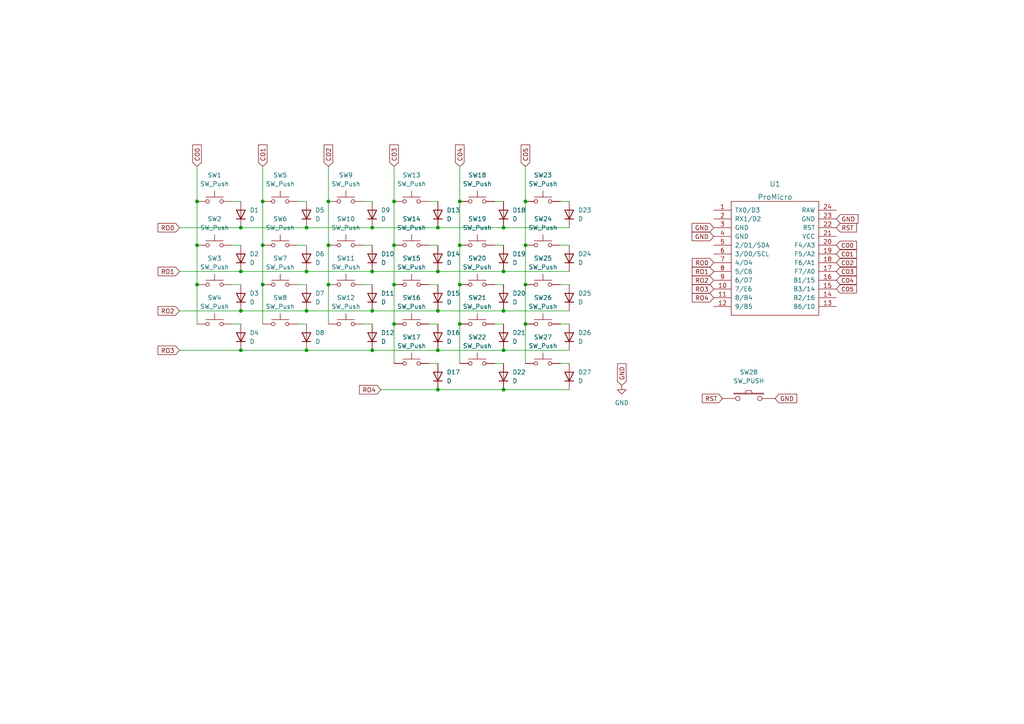
<source format=kicad_sch>
(kicad_sch (version 20211123) (generator eeschema)
  (paper "A4")
  (lib_symbols
    (symbol "Device:D" (pin_numbers hide) (pin_names (offset 1.016) hide)
      (property "Reference" "D" (at 0 2.54 0))
      (property "Value" "D" (at 0 -2.54 0))
      (symbol "D_0_1"
        (polyline (pts (xy -1.27 1.27) (xy -1.27 -1.27)) (stroke (width 0.254)))
        (polyline (pts (xy 1.27 0) (xy -1.27 0)))
        (polyline (pts (xy 1.27 1.27) (xy 1.27 -1.27) (xy -1.27 0) (xy 1.27 1.27)) (stroke (width 0.254)))
      )
      (symbol "D_1_1"
        (pin passive line (at -3.81 0 0) (length 2.54) (name "K") (number "1"))
        (pin passive line (at 3.81 0 180) (length 2.54) (name "A") (number "2"))
      )
    )
    (symbol "Switch:SW_Push" (pin_numbers hide) (pin_names (offset 1.016) hide)
      (property "Reference" "SW" (at 1.27 2.54 0))
      (property "Value" "SW_Push" (at 0 -1.524 0))
      (symbol "SW_Push_0_1"
        (circle (center -2.032 0) (radius 0.508))
        (polyline (pts (xy 0 1.27) (xy 0 3.048)))
        (polyline (pts (xy 2.54 1.27) (xy -2.54 1.27)))
        (circle (center 2.032 0) (radius 0.508))
        (pin passive line (at -5.08 0 0) (length 2.54) (name "1") (number "1"))
        (pin passive line (at 5.08 0 180) (length 2.54) (name "2") (number "2"))
      )
    )
    (symbol "kbd:ProMicro" (pin_names (offset 1.016))
      (property "Reference" "U" (at 0 19.05 0))
      (property "Value" "ProMicro" (at 0 -19.05 0))
      (symbol "ProMicro_0_1"
        (rectangle (start -12.7 16.51) (end 12.7 -16.51))
      )
      (symbol "ProMicro_1_1"
        (pin bidirectional line (at -17.78 13.97 0) (length 5.08) (name "TX0/D3") (number "1"))
        (pin bidirectional line (at -17.78 -8.89 0) (length 5.08) (name "7/E6") (number "10"))
        (pin bidirectional line (at -17.78 -11.43 0) (length 5.08) (name "8/B4") (number "11"))
        (pin bidirectional line (at -17.78 -13.97 0) (length 5.08) (name "9/B5") (number "12"))
        (pin bidirectional line (at 17.78 -13.97 180) (length 5.08) (name "B6/10") (number "13"))
        (pin bidirectional line (at 17.78 -11.43 180) (length 5.08) (name "B2/16") (number "14"))
        (pin bidirectional line (at 17.78 -8.89 180) (length 5.08) (name "B3/14") (number "15"))
        (pin bidirectional line (at 17.78 -6.35 180) (length 5.08) (name "B1/15") (number "16"))
        (pin bidirectional line (at 17.78 -3.81 180) (length 5.08) (name "F7/A0") (number "17"))
        (pin bidirectional line (at 17.78 -1.27 180) (length 5.08) (name "F6/A1") (number "18"))
        (pin bidirectional line (at 17.78 1.27 180) (length 5.08) (name "F5/A2") (number "19"))
        (pin bidirectional line (at -17.78 11.43 0) (length 5.08) (name "RX1/D2") (number "2"))
        (pin bidirectional line (at 17.78 3.81 180) (length 5.08) (name "F4/A3") (number "20"))
        (pin power_in line (at 17.78 6.35 180) (length 5.08) (name "VCC") (number "21"))
        (pin input line (at 17.78 8.89 180) (length 5.08) (name "RST") (number "22"))
        (pin power_in line (at 17.78 11.43 180) (length 5.08) (name "GND") (number "23"))
        (pin power_out line (at 17.78 13.97 180) (length 5.08) (name "RAW") (number "24"))
        (pin power_in line (at -17.78 8.89 0) (length 5.08) (name "GND") (number "3"))
        (pin power_in line (at -17.78 6.35 0) (length 5.08) (name "GND") (number "4"))
        (pin bidirectional line (at -17.78 3.81 0) (length 5.08) (name "2/D1/SDA") (number "5"))
        (pin bidirectional line (at -17.78 1.27 0) (length 5.08) (name "3/D0/SCL") (number "6"))
        (pin bidirectional line (at -17.78 -1.27 0) (length 5.08) (name "4/D4") (number "7"))
        (pin bidirectional line (at -17.78 -3.81 0) (length 5.08) (name "5/C6") (number "8"))
        (pin bidirectional line (at -17.78 -6.35 0) (length 5.08) (name "6/D7") (number "9"))
      )
    )
    (symbol "kbd:SW_PUSH" (pin_numbers hide) (pin_names (offset 1.016) hide)
      (property "Reference" "SW" (at 3.81 2.794 0))
      (property "Value" "SW_PUSH" (at 0 -2.032 0))
      (symbol "SW_PUSH_0_1"
        (rectangle (start -4.318 1.27) (end 4.318 1.524))
        (polyline (pts (xy -1.016 1.524) (xy -0.762 2.286) (xy 0.762 2.286) (xy 1.016 1.524)))
        (pin passive inverted (at -7.62 0 0) (length 5.08) (name "1") (number "1"))
        (pin passive inverted (at 7.62 0 180) (length 5.08) (name "2") (number "2"))
      )
    )
    (symbol "power:GND" (power) (pin_names (offset 0))
      (property "Value" "GND" (at 0 -3.81 0))
      (symbol "GND_0_1"
        (polyline (pts (xy 0 0) (xy 0 -1.27) (xy 1.27 -1.27) (xy 0 -2.54) (xy -1.27 -1.27) (xy 0 -1.27)))
      )
      (symbol "GND_1_1"
        (pin power_in line (at 0 0 270) (length 0) hide (name "GND") (number "1"))
      )
    )
  )
  (junction (at 146.05 66.04))
  (junction (at 152.4 93.98))
  (junction (at 127 113.03))
  (junction (at 127 78.74))
  (junction (at 152.4 58.42))
  (junction (at 114.3 93.98))
  (junction (at 69.85 78.74))
  (junction (at 133.35 93.98))
  (junction (at 107.95 78.74))
  (junction (at 76.2 71.12))
  (junction (at 69.85 90.17))
  (junction (at 88.9 90.17))
  (junction (at 146.05 90.17))
  (junction (at 114.3 58.42))
  (junction (at 152.4 82.55))
  (junction (at 127 90.17))
  (junction (at 95.25 82.55))
  (junction (at 107.95 66.04))
  (junction (at 57.15 58.42))
  (junction (at 133.35 58.42))
  (junction (at 88.9 66.04))
  (junction (at 69.85 101.6))
  (junction (at 107.95 90.17))
  (junction (at 95.25 71.12))
  (junction (at 152.4 71.12))
  (junction (at 114.3 82.55))
  (junction (at 88.9 78.74))
  (junction (at 146.05 78.74))
  (junction (at 76.2 58.42))
  (junction (at 146.05 101.6))
  (junction (at 133.35 82.55))
  (junction (at 69.85 66.04))
  (junction (at 114.3 71.12))
  (junction (at 146.05 113.03))
  (junction (at 88.9 101.6))
  (junction (at 95.25 58.42))
  (junction (at 76.2 82.55))
  (junction (at 127 101.6))
  (junction (at 127 66.04))
  (junction (at 133.35 71.12))
  (junction (at 57.15 82.55))
  (junction (at 57.15 71.12))
  (junction (at 107.95 101.6))
  (wire (pts (xy 162.56 58.42) (xy 165.1 58.42)))
  (wire (pts (xy 86.36 58.42) (xy 88.9 58.42)))
  (wire (pts (xy 57.15 71.12) (xy 57.15 82.55)))
  (wire (pts (xy 57.15 48.26) (xy 57.15 58.42)))
  (wire (pts (xy 88.9 90.17) (xy 107.95 90.17)))
  (wire (pts (xy 152.4 71.12) (xy 152.4 82.55)))
  (wire (pts (xy 107.95 90.17) (xy 127 90.17)))
  (wire (pts (xy 86.36 93.98) (xy 88.9 93.98)))
  (wire (pts (xy 152.4 93.98) (xy 152.4 105.41)))
  (wire (pts (xy 124.46 105.41) (xy 127 105.41)))
  (wire (pts (xy 110.49 113.03) (xy 127 113.03)))
  (wire (pts (xy 124.46 93.98) (xy 127 93.98)))
  (wire (pts (xy 143.51 105.41) (xy 146.05 105.41)))
  (wire (pts (xy 124.46 71.12) (xy 127 71.12)))
  (wire (pts (xy 95.25 82.55) (xy 95.25 93.98)))
  (wire (pts (xy 133.35 58.42) (xy 133.35 71.12)))
  (wire (pts (xy 86.36 71.12) (xy 88.9 71.12)))
  (wire (pts (xy 146.05 90.17) (xy 165.1 90.17)))
  (wire (pts (xy 114.3 82.55) (xy 114.3 93.98)))
  (wire (pts (xy 114.3 58.42) (xy 114.3 71.12)))
  (wire (pts (xy 69.85 66.04) (xy 88.9 66.04)))
  (wire (pts (xy 76.2 58.42) (xy 76.2 71.12)))
  (wire (pts (xy 67.31 93.98) (xy 69.85 93.98)))
  (wire (pts (xy 52.07 101.6) (xy 69.85 101.6)))
  (wire (pts (xy 127 90.17) (xy 146.05 90.17)))
  (wire (pts (xy 152.4 58.42) (xy 152.4 71.12)))
  (wire (pts (xy 57.15 58.42) (xy 57.15 71.12)))
  (wire (pts (xy 143.51 93.98) (xy 146.05 93.98)))
  (wire (pts (xy 146.05 66.04) (xy 165.1 66.04)))
  (wire (pts (xy 88.9 101.6) (xy 107.95 101.6)))
  (wire (pts (xy 146.05 78.74) (xy 165.1 78.74)))
  (wire (pts (xy 52.07 66.04) (xy 69.85 66.04)))
  (wire (pts (xy 57.15 82.55) (xy 57.15 93.98)))
  (wire (pts (xy 107.95 101.6) (xy 127 101.6)))
  (wire (pts (xy 152.4 48.26) (xy 152.4 58.42)))
  (wire (pts (xy 69.85 101.6) (xy 88.9 101.6)))
  (wire (pts (xy 95.25 71.12) (xy 95.25 82.55)))
  (wire (pts (xy 88.9 66.04) (xy 107.95 66.04)))
  (wire (pts (xy 69.85 90.17) (xy 88.9 90.17)))
  (wire (pts (xy 114.3 93.98) (xy 114.3 105.41)))
  (wire (pts (xy 76.2 48.26) (xy 76.2 58.42)))
  (wire (pts (xy 127 66.04) (xy 146.05 66.04)))
  (wire (pts (xy 86.36 82.55) (xy 88.9 82.55)))
  (wire (pts (xy 114.3 71.12) (xy 114.3 82.55)))
  (wire (pts (xy 95.25 48.26) (xy 95.25 58.42)))
  (wire (pts (xy 124.46 82.55) (xy 127 82.55)))
  (wire (pts (xy 105.41 58.42) (xy 107.95 58.42)))
  (wire (pts (xy 105.41 93.98) (xy 107.95 93.98)))
  (wire (pts (xy 76.2 82.55) (xy 76.2 93.98)))
  (wire (pts (xy 133.35 93.98) (xy 133.35 105.41)))
  (wire (pts (xy 146.05 113.03) (xy 165.1 113.03)))
  (wire (pts (xy 105.41 71.12) (xy 107.95 71.12)))
  (wire (pts (xy 107.95 78.74) (xy 127 78.74)))
  (wire (pts (xy 127 101.6) (xy 146.05 101.6)))
  (wire (pts (xy 67.31 82.55) (xy 69.85 82.55)))
  (wire (pts (xy 67.31 71.12) (xy 69.85 71.12)))
  (wire (pts (xy 76.2 71.12) (xy 76.2 82.55)))
  (wire (pts (xy 152.4 82.55) (xy 152.4 93.98)))
  (wire (pts (xy 52.07 78.74) (xy 69.85 78.74)))
  (wire (pts (xy 127 78.74) (xy 146.05 78.74)))
  (wire (pts (xy 143.51 58.42) (xy 146.05 58.42)))
  (wire (pts (xy 133.35 71.12) (xy 133.35 82.55)))
  (wire (pts (xy 95.25 58.42) (xy 95.25 71.12)))
  (wire (pts (xy 146.05 101.6) (xy 165.1 101.6)))
  (wire (pts (xy 107.95 66.04) (xy 127 66.04)))
  (wire (pts (xy 162.56 82.55) (xy 165.1 82.55)))
  (wire (pts (xy 162.56 105.41) (xy 165.1 105.41)))
  (wire (pts (xy 143.51 82.55) (xy 146.05 82.55)))
  (wire (pts (xy 67.31 58.42) (xy 69.85 58.42)))
  (wire (pts (xy 162.56 71.12) (xy 165.1 71.12)))
  (wire (pts (xy 105.41 82.55) (xy 107.95 82.55)))
  (wire (pts (xy 114.3 48.26) (xy 114.3 58.42)))
  (wire (pts (xy 69.85 78.74) (xy 88.9 78.74)))
  (wire (pts (xy 133.35 48.26) (xy 133.35 58.42)))
  (wire (pts (xy 127 113.03) (xy 146.05 113.03)))
  (wire (pts (xy 52.07 90.17) (xy 69.85 90.17)))
  (wire (pts (xy 133.35 82.55) (xy 133.35 93.98)))
  (wire (pts (xy 162.56 93.98) (xy 165.1 93.98)))
  (wire (pts (xy 143.51 71.12) (xy 146.05 71.12)))
  (wire (pts (xy 88.9 78.74) (xy 107.95 78.74)))
  (wire (pts (xy 124.46 58.42) (xy 127 58.42)))
  (global_label "CO1" (shape input) (at 242.57 73.66 0) (effects (font (size 1.1938 1.1938))) (property "Intersheet References" "${INTERSHEET_REFS}" (effects hide)))
  (global_label "GND" (shape input) (at 207.01 68.58 180) (property "Intersheet References" "${INTERSHEET_REFS}" (effects hide)))
  (global_label "RO1" (shape input) (at 52.07 78.74 180) (property "Intersheet References" "${INTERSHEET_REFS}" (effects hide)))
  (global_label "RO0" (shape input) (at 52.07 66.04 180) (property "Intersheet References" "${INTERSHEET_REFS}" (effects hide)))
  (global_label "CO4" (shape input) (at 133.35 48.26 90) (property "Intersheet References" "${INTERSHEET_REFS}" (effects hide)))
  (global_label "CO2" (shape input) (at 95.25 48.26 90) (property "Intersheet References" "${INTERSHEET_REFS}" (effects hide)))
  (global_label "GND" (shape input) (at 180.34 111.76 90) (property "Intersheet References" "${INTERSHEET_REFS}" (effects hide)))
  (global_label "CO4" (shape input) (at 242.57 81.28 0) (effects (font (size 1.1938 1.1938))) (property "Intersheet References" "${INTERSHEET_REFS}" (effects hide)))
  (global_label "CO1" (shape input) (at 76.2 48.26 90) (property "Intersheet References" "${INTERSHEET_REFS}" (effects hide)))
  (global_label "CO3" (shape input) (at 114.3 48.26 90) (property "Intersheet References" "${INTERSHEET_REFS}" (effects hide)))
  (global_label "RO2" (shape input) (at 207.01 81.28 180) (property "Intersheet References" "${INTERSHEET_REFS}" (effects hide)))
  (global_label "CO2" (shape input) (at 242.57 76.2 0) (effects (font (size 1.1938 1.1938))) (property "Intersheet References" "${INTERSHEET_REFS}" (effects hide)))
  (global_label "CO0" (shape input) (at 242.57 71.12 0) (effects (font (size 1.1938 1.1938))) (property "Intersheet References" "${INTERSHEET_REFS}" (effects hide)))
  (global_label "RO4" (shape input) (at 110.49 113.03 180) (property "Intersheet References" "${INTERSHEET_REFS}" (effects hide)))
  (global_label "CO0" (shape input) (at 57.15 48.26 90) (property "Intersheet References" "${INTERSHEET_REFS}" (effects hide)))
  (global_label "RST" (shape input) (at 209.55 115.57 180) (property "Intersheet References" "${INTERSHEET_REFS}" (effects hide)))
  (global_label "RO4" (shape input) (at 207.01 86.36 180) (property "Intersheet References" "${INTERSHEET_REFS}" (effects hide)))
  (global_label "RO3" (shape input) (at 52.07 101.6 180) (property "Intersheet References" "${INTERSHEET_REFS}" (effects hide)))
  (global_label "RST" (shape input) (at 242.57 66.04 0) (property "Intersheet References" "${INTERSHEET_REFS}" (effects hide)))
  (global_label "CO5" (shape input) (at 242.57 83.82 0) (effects (font (size 1.1938 1.1938))) (property "Intersheet References" "${INTERSHEET_REFS}" (effects hide)))
  (global_label "GND" (shape input) (at 207.01 66.04 180) (property "Intersheet References" "${INTERSHEET_REFS}" (effects hide)))
  (global_label "CO5" (shape input) (at 152.4 48.26 90) (property "Intersheet References" "${INTERSHEET_REFS}" (effects hide)))
  (global_label "RO0" (shape input) (at 207.01 76.2 180) (property "Intersheet References" "${INTERSHEET_REFS}" (effects hide)))
  (global_label "RO3" (shape input) (at 207.01 83.82 180) (property "Intersheet References" "${INTERSHEET_REFS}" (effects hide)))
  (global_label "RO2" (shape input) (at 52.07 90.17 180) (property "Intersheet References" "${INTERSHEET_REFS}" (effects hide)))
  (global_label "RO1" (shape input) (at 207.01 78.74 180) (property "Intersheet References" "${INTERSHEET_REFS}" (effects hide)))
  (global_label "GND" (shape input) (at 242.57 63.5 0) (property "Intersheet References" "${INTERSHEET_REFS}" (effects hide)))
  (global_label "GND" (shape input) (at 224.79 115.57 0) (property "Intersheet References" "${INTERSHEET_REFS}" (effects hide)))
  (global_label "CO3" (shape input) (at 242.57 78.74 0) (effects (font (size 1.1938 1.1938))) (property "Intersheet References" "${INTERSHEET_REFS}" (effects hide)))
  (symbol (lib_id "power:GND") (at 180.34 111.76 0) (unit 1)
    (property "Reference" "#PWR0101" (effects hide))
    (property "Value" "GND" (at 180.34 116.84 0))
  )
  (symbol (lib_id "Device:D") (at 146.05 86.36 90) (unit 1)
    (property "Reference" "D20" (at 148.59 85.0899 90) (effects (justify right)))
    (property "Value" "D" (at 148.59 87.6299 90) (effects (justify right)))
    (property "Footprint" "kbd:D3_SMD" (effects hide))
  )
  (symbol (lib_id "Device:D") (at 165.1 74.93 90) (unit 1)
    (property "Reference" "D24" (at 167.64 73.6599 90) (effects (justify right)))
    (property "Value" "D" (at 167.64 76.1999 90) (effects (justify right)))
    (property "Footprint" "kbd:D3_SMD" (effects hide))
  )
  (symbol (lib_id "Switch:SW_Push") (at 119.38 82.55 0) (unit 1)
    (property "Reference" "SW15" (at 119.38 74.93 0))
    (property "Value" "SW_Push" (at 119.38 77.47 0))
    (property "Footprint" "keyswitches:Kailh_socket_PG1350_reversible" (effects hide))
  )
  (symbol (lib_id "Device:D") (at 69.85 74.93 90) (unit 1)
    (property "Reference" "D2" (at 72.39 73.6599 90) (effects (justify right)))
    (property "Value" "D" (at 72.39 76.1999 90) (effects (justify right)))
    (property "Footprint" "kbd:D3_SMD" (effects hide))
  )
  (symbol (lib_id "Switch:SW_Push") (at 100.33 58.42 0) (unit 1)
    (property "Reference" "SW9" (at 100.33 50.8 0))
    (property "Value" "SW_Push" (at 100.33 53.34 0))
    (property "Footprint" "keyswitches:Kailh_socket_PG1350_reversible" (effects hide))
  )
  (symbol (lib_id "Device:D") (at 146.05 62.23 90) (unit 1)
    (property "Reference" "D18" (at 148.59 60.9599 90) (effects (justify right)))
    (property "Value" "D" (at 148.59 63.4999 90) (effects (justify right)))
    (property "Footprint" "kbd:D3_SMD" (effects hide))
  )
  (symbol (lib_id "Switch:SW_Push") (at 157.48 58.42 0) (unit 1)
    (property "Reference" "SW23" (at 157.48 50.8 0))
    (property "Value" "SW_Push" (at 157.48 53.34 0))
    (property "Footprint" "keyswitches:Kailh_socket_PG1350_reversible" (effects hide))
  )
  (symbol (lib_id "Device:D") (at 107.95 74.93 90) (unit 1)
    (property "Reference" "D10" (at 110.49 73.6599 90) (effects (justify right)))
    (property "Value" "D" (at 110.49 76.1999 90) (effects (justify right)))
    (property "Footprint" "kbd:D3_SMD" (effects hide))
  )
  (symbol (lib_id "Switch:SW_Push") (at 81.28 58.42 0) (unit 1)
    (property "Reference" "SW5" (at 81.28 50.8 0))
    (property "Value" "SW_Push" (at 81.28 53.34 0))
    (property "Footprint" "keyswitches:Kailh_socket_PG1350_reversible" (effects hide))
  )
  (symbol (lib_id "Device:D") (at 88.9 74.93 90) (unit 1)
    (property "Reference" "D6" (at 91.44 73.6599 90) (effects (justify right)))
    (property "Value" "D" (at 91.44 76.1999 90) (effects (justify right)))
    (property "Footprint" "kbd:D3_SMD" (effects hide))
  )
  (symbol (lib_id "Device:D") (at 107.95 97.79 90) (unit 1)
    (property "Reference" "D12" (at 110.49 96.5199 90) (effects (justify right)))
    (property "Value" "D" (at 110.49 99.0599 90) (effects (justify right)))
    (property "Footprint" "kbd:D3_SMD" (effects hide))
  )
  (symbol (lib_id "Switch:SW_Push") (at 157.48 105.41 0) (unit 1)
    (property "Reference" "SW27" (at 157.48 97.79 0))
    (property "Value" "SW_Push" (at 157.48 100.33 0))
    (property "Footprint" "keyswitches:Kailh_socket_PG1350_reversible" (effects hide))
  )
  (symbol (lib_id "Switch:SW_Push") (at 62.23 71.12 0) (unit 1)
    (property "Reference" "SW2" (at 62.23 63.5 0))
    (property "Value" "SW_Push" (at 62.23 66.04 0))
    (property "Footprint" "keyswitches:Kailh_socket_PG1350_reversible" (effects hide))
  )
  (symbol (lib_id "Switch:SW_Push") (at 138.43 71.12 0) (unit 1)
    (property "Reference" "SW19" (at 138.43 63.5 0))
    (property "Value" "SW_Push" (at 138.43 66.04 0))
    (property "Footprint" "keyswitches:Kailh_socket_PG1350_reversible" (effects hide))
  )
  (symbol (lib_id "Device:D") (at 69.85 86.36 90) (unit 1)
    (property "Reference" "D3" (at 72.39 85.0899 90) (effects (justify right)))
    (property "Value" "D" (at 72.39 87.6299 90) (effects (justify right)))
    (property "Footprint" "kbd:D3_SMD" (effects hide))
  )
  (symbol (lib_id "Device:D") (at 69.85 62.23 90) (unit 1)
    (property "Reference" "D1" (at 72.39 60.9599 90) (effects (justify right)))
    (property "Value" "D" (at 72.39 63.4999 90) (effects (justify right)))
    (property "Footprint" "kbd:D3_SMD" (effects hide))
  )
  (symbol (lib_id "Switch:SW_Push") (at 138.43 58.42 0) (unit 1)
    (property "Reference" "SW18" (at 138.43 50.8 0))
    (property "Value" "SW_Push" (at 138.43 53.34 0))
    (property "Footprint" "keyswitches:Kailh_socket_PG1350_reversible" (effects hide))
  )
  (symbol (lib_id "Device:D") (at 165.1 86.36 90) (unit 1)
    (property "Reference" "D25" (at 167.64 85.0899 90) (effects (justify right)))
    (property "Value" "D" (at 167.64 87.6299 90) (effects (justify right)))
    (property "Footprint" "kbd:D3_SMD" (effects hide))
  )
  (symbol (lib_id "Switch:SW_Push") (at 119.38 58.42 0) (unit 1)
    (property "Reference" "SW13" (at 119.38 50.8 0))
    (property "Value" "SW_Push" (at 119.38 53.34 0))
    (property "Footprint" "keyswitches:Kailh_socket_PG1350_reversible" (effects hide))
  )
  (symbol (lib_id "Device:D") (at 127 62.23 90) (unit 1)
    (property "Reference" "D13" (at 129.54 60.9599 90) (effects (justify right)))
    (property "Value" "D" (at 129.54 63.4999 90) (effects (justify right)))
    (property "Footprint" "kbd:D3_SMD" (effects hide))
  )
  (symbol (lib_id "Device:D") (at 88.9 86.36 90) (unit 1)
    (property "Reference" "D7" (at 91.44 85.0899 90) (effects (justify right)))
    (property "Value" "D" (at 91.44 87.6299 90) (effects (justify right)))
    (property "Footprint" "kbd:D3_SMD" (effects hide))
  )
  (symbol (lib_id "Switch:SW_Push") (at 138.43 105.41 0) (unit 1)
    (property "Reference" "SW22" (at 138.43 97.79 0))
    (property "Value" "SW_Push" (at 138.43 100.33 0))
    (property "Footprint" "keyswitches:Kailh_socket_PG1350_reversible" (effects hide))
  )
  (symbol (lib_id "Switch:SW_Push") (at 100.33 71.12 0) (unit 1)
    (property "Reference" "SW10" (at 100.33 63.5 0))
    (property "Value" "SW_Push" (at 100.33 66.04 0))
    (property "Footprint" "keyswitches:Kailh_socket_PG1350_reversible" (effects hide))
  )
  (symbol (lib_id "Switch:SW_Push") (at 100.33 93.98 0) (unit 1)
    (property "Reference" "SW12" (at 100.33 86.36 0))
    (property "Value" "SW_Push" (at 100.33 88.9 0))
    (property "Footprint" "keyswitches:Kailh_socket_PG1350_reversible" (effects hide))
  )
  (symbol (lib_id "Device:D") (at 127 97.79 90) (unit 1)
    (property "Reference" "D16" (at 129.54 96.5199 90) (effects (justify right)))
    (property "Value" "D" (at 129.54 99.0599 90) (effects (justify right)))
    (property "Footprint" "kbd:D3_SMD" (effects hide))
  )
  (symbol (lib_id "Switch:SW_Push") (at 157.48 82.55 0) (unit 1)
    (property "Reference" "SW25" (at 157.48 74.93 0))
    (property "Value" "SW_Push" (at 157.48 77.47 0))
    (property "Footprint" "keyswitches:Kailh_socket_PG1350_reversible" (effects hide))
  )
  (symbol (lib_id "kbd:ProMicro") (at 224.79 74.93 0) (unit 1)
    (property "Reference" "U1" (at 224.79 53.34 0) (effects (font (size 1.524 1.524))))
    (property "Value" "ProMicro" (at 224.79 57.15 0) (effects (font (size 1.524 1.524))))
    (property "Footprint" "kbd:KakiController" (effects hide))
  )
  (symbol (lib_id "Switch:SW_Push") (at 157.48 71.12 0) (unit 1)
    (property "Reference" "SW24" (at 157.48 63.5 0))
    (property "Value" "SW_Push" (at 157.48 66.04 0))
    (property "Footprint" "keyswitches:Kailh_socket_PG1350_reversible" (effects hide))
  )
  (symbol (lib_id "Switch:SW_Push") (at 157.48 93.98 0) (unit 1)
    (property "Reference" "SW26" (at 157.48 86.36 0))
    (property "Value" "SW_Push" (at 157.48 88.9 0))
    (property "Footprint" "keyswitches:Kailh_socket_PG1350_reversible" (effects hide))
  )
  (symbol (lib_id "Device:D") (at 107.95 86.36 90) (unit 1)
    (property "Reference" "D11" (at 110.49 85.0899 90) (effects (justify right)))
    (property "Value" "D" (at 110.49 87.6299 90) (effects (justify right)))
    (property "Footprint" "kbd:D3_SMD" (effects hide))
  )
  (symbol (lib_id "Switch:SW_Push") (at 62.23 58.42 0) (unit 1)
    (property "Reference" "SW1" (at 62.23 50.8 0))
    (property "Value" "SW_Push" (at 62.23 53.34 0))
    (property "Footprint" "keyswitches:Kailh_socket_PG1350_reversible" (effects hide))
  )
  (symbol (lib_id "Device:D") (at 127 109.22 90) (unit 1)
    (property "Reference" "D17" (at 129.54 107.9499 90) (effects (justify right)))
    (property "Value" "D" (at 129.54 110.4899 90) (effects (justify right)))
    (property "Footprint" "kbd:D3_SMD" (effects hide))
  )
  (symbol (lib_id "Switch:SW_Push") (at 81.28 93.98 0) (unit 1)
    (property "Reference" "SW8" (at 81.28 86.36 0))
    (property "Value" "SW_Push" (at 81.28 88.9 0))
    (property "Footprint" "keyswitches:Kailh_socket_PG1350_reversible" (effects hide))
  )
  (symbol (lib_id "Switch:SW_Push") (at 138.43 93.98 0) (unit 1)
    (property "Reference" "SW21" (at 138.43 86.36 0))
    (property "Value" "SW_Push" (at 138.43 88.9 0))
    (property "Footprint" "keyswitches:Kailh_socket_PG1350_reversible" (effects hide))
  )
  (symbol (lib_id "Switch:SW_Push") (at 119.38 105.41 0) (unit 1)
    (property "Reference" "SW17" (at 119.38 97.79 0))
    (property "Value" "SW_Push" (at 119.38 100.33 0))
    (property "Footprint" "keyswitches:Kailh_socket_PG1350_reversible" (effects hide))
  )
  (symbol (lib_id "Switch:SW_Push") (at 138.43 82.55 0) (unit 1)
    (property "Reference" "SW20" (at 138.43 74.93 0))
    (property "Value" "SW_Push" (at 138.43 77.47 0))
    (property "Footprint" "keyswitches:Kailh_socket_PG1350_reversible" (effects hide))
  )
  (symbol (lib_id "Switch:SW_Push") (at 119.38 71.12 0) (unit 1)
    (property "Reference" "SW14" (at 119.38 63.5 0))
    (property "Value" "SW_Push" (at 119.38 66.04 0))
    (property "Footprint" "keyswitches:Kailh_socket_PG1350_reversible" (effects hide))
  )
  (symbol (lib_id "Device:D") (at 127 86.36 90) (unit 1)
    (property "Reference" "D15" (at 129.54 85.0899 90) (effects (justify right)))
    (property "Value" "D" (at 129.54 87.6299 90) (effects (justify right)))
    (property "Footprint" "kbd:D3_SMD" (effects hide))
  )
  (symbol (lib_id "Device:D") (at 146.05 74.93 90) (unit 1)
    (property "Reference" "D19" (at 148.59 73.6599 90) (effects (justify right)))
    (property "Value" "D" (at 148.59 76.1999 90) (effects (justify right)))
    (property "Footprint" "kbd:D3_SMD" (effects hide))
  )
  (symbol (lib_id "Device:D") (at 69.85 97.79 90) (unit 1)
    (property "Reference" "D4" (at 72.39 96.5199 90) (effects (justify right)))
    (property "Value" "D" (at 72.39 99.0599 90) (effects (justify right)))
    (property "Footprint" "kbd:D3_SMD" (effects hide))
  )
  (symbol (lib_id "Switch:SW_Push") (at 62.23 82.55 0) (unit 1)
    (property "Reference" "SW3" (at 62.23 74.93 0))
    (property "Value" "SW_Push" (at 62.23 77.47 0))
    (property "Footprint" "keyswitches:Kailh_socket_PG1350_reversible" (effects hide))
  )
  (symbol (lib_id "Device:D") (at 146.05 97.79 90) (unit 1)
    (property "Reference" "D21" (at 148.59 96.5199 90) (effects (justify right)))
    (property "Value" "D" (at 148.59 99.0599 90) (effects (justify right)))
    (property "Footprint" "kbd:D3_SMD" (effects hide))
  )
  (symbol (lib_id "Switch:SW_Push") (at 62.23 93.98 0) (unit 1)
    (property "Reference" "SW4" (at 62.23 86.36 0))
    (property "Value" "SW_Push" (at 62.23 88.9 0))
    (property "Footprint" "keyswitches:Kailh_socket_PG1350_reversible" (effects hide))
  )
  (symbol (lib_id "Device:D") (at 88.9 97.79 90) (unit 1)
    (property "Reference" "D8" (at 91.44 96.5199 90) (effects (justify right)))
    (property "Value" "D" (at 91.44 99.0599 90) (effects (justify right)))
    (property "Footprint" "kbd:D3_SMD" (effects hide))
  )
  (symbol (lib_id "Device:D") (at 165.1 109.22 90) (unit 1)
    (property "Reference" "D27" (at 167.64 107.9499 90) (effects (justify right)))
    (property "Value" "D" (at 167.64 110.4899 90) (effects (justify right)))
    (property "Footprint" "kbd:D3_SMD" (effects hide))
  )
  (symbol (lib_id "Device:D") (at 107.95 62.23 90) (unit 1)
    (property "Reference" "D9" (at 110.49 60.9599 90) (effects (justify right)))
    (property "Value" "D" (at 110.49 63.4999 90) (effects (justify right)))
    (property "Footprint" "kbd:D3_SMD" (effects hide))
  )
  (symbol (lib_id "Switch:SW_Push") (at 81.28 71.12 0) (unit 1)
    (property "Reference" "SW6" (at 81.28 63.5 0))
    (property "Value" "SW_Push" (at 81.28 66.04 0))
    (property "Footprint" "keyswitches:Kailh_socket_PG1350_reversible" (effects hide))
  )
  (symbol (lib_id "Device:D") (at 165.1 97.79 90) (unit 1)
    (property "Reference" "D26" (at 167.64 96.5199 90) (effects (justify right)))
    (property "Value" "D" (at 167.64 99.0599 90) (effects (justify right)))
    (property "Footprint" "kbd:D3_SMD" (effects hide))
  )
  (symbol (lib_id "Device:D") (at 146.05 109.22 90) (unit 1)
    (property "Reference" "D22" (at 148.59 107.9499 90) (effects (justify right)))
    (property "Value" "D" (at 148.59 110.4899 90) (effects (justify right)))
    (property "Footprint" "kbd:D3_SMD" (effects hide))
  )
  (symbol (lib_id "Device:D") (at 165.1 62.23 90) (unit 1)
    (property "Reference" "D23" (at 167.64 60.9599 90) (effects (justify right)))
    (property "Value" "D" (at 167.64 63.4999 90) (effects (justify right)))
    (property "Footprint" "kbd:D3_SMD" (effects hide))
  )
  (symbol (lib_id "Device:D") (at 127 74.93 90) (unit 1)
    (property "Reference" "D14" (at 129.54 73.6599 90) (effects (justify right)))
    (property "Value" "D" (at 129.54 76.1999 90) (effects (justify right)))
    (property "Footprint" "kbd:D3_SMD" (effects hide))
  )
  (symbol (lib_id "Device:D") (at 88.9 62.23 90) (unit 1)
    (property "Reference" "D5" (at 91.44 60.9599 90) (effects (justify right)))
    (property "Value" "D" (at 91.44 63.4999 90) (effects (justify right)))
    (property "Footprint" "kbd:D3_SMD" (effects hide))
  )
  (symbol (lib_id "Switch:SW_Push") (at 119.38 93.98 0) (unit 1)
    (property "Reference" "SW16" (at 119.38 86.36 0))
    (property "Value" "SW_Push" (at 119.38 88.9 0))
    (property "Footprint" "keyswitches:Kailh_socket_PG1350_reversible" (effects hide))
  )
  (symbol (lib_id "Switch:SW_Push") (at 100.33 82.55 0) (unit 1)
    (property "Reference" "SW11" (at 100.33 74.93 0))
    (property "Value" "SW_Push" (at 100.33 77.47 0))
    (property "Footprint" "keyswitches:Kailh_socket_PG1350_reversible" (effects hide))
  )
  (symbol (lib_id "kbd:SW_PUSH") (at 217.17 115.57 0) (unit 1)
    (property "Reference" "SW28" (at 217.17 107.95 0))
    (property "Value" "SW_PUSH" (at 217.17 110.49 0))
    (property "Footprint" "kbd:ResetSW" (effects hide))
  )
  (symbol (lib_id "Switch:SW_Push") (at 81.28 82.55 0) (unit 1)
    (property "Reference" "SW7" (at 81.28 74.93 0))
    (property "Value" "SW_Push" (at 81.28 77.47 0))
    (property "Footprint" "keyswitches:Kailh_socket_PG1350_reversible" (effects hide))
  )
)
</source>
